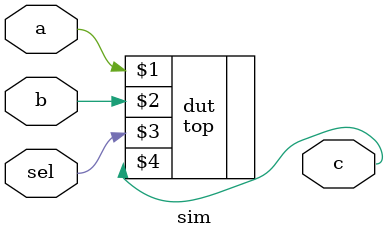
<source format=v>
module sim(a,b,sel,c);
    input a,b,sel;
    output reg c;
    top dut(a,b,sel,c);
    initial 
        begin
            $dumpfile("sim.vcd");
            $dumpvars(0,sim);
            #1;
        end
endmodule
</source>
